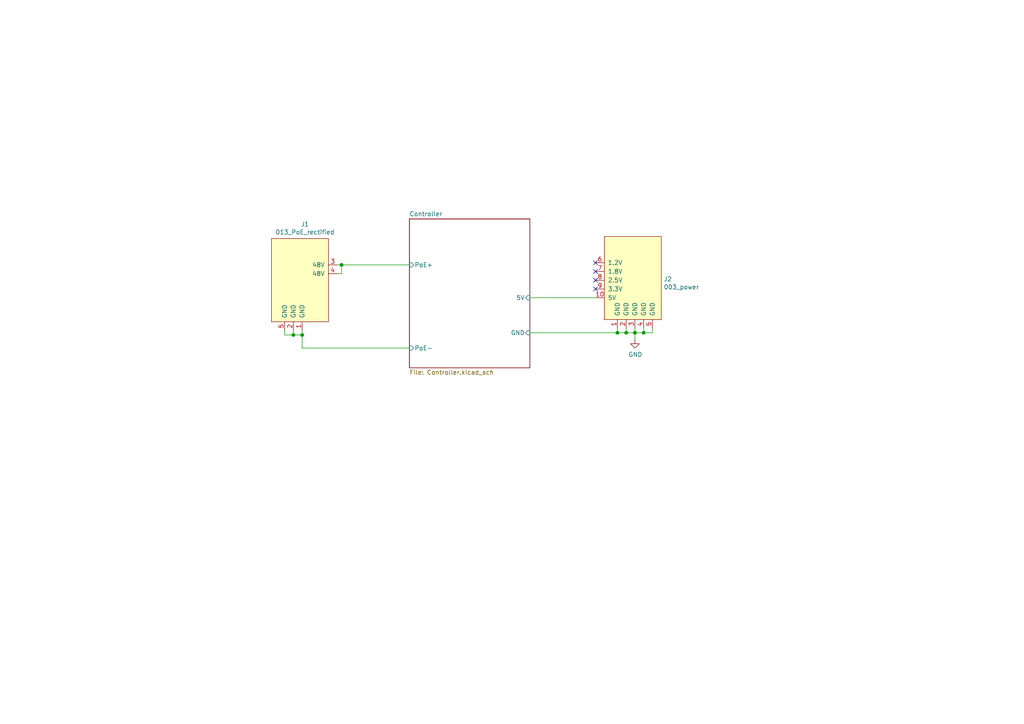
<source format=kicad_sch>
(kicad_sch (version 20211123) (generator eeschema)

  (uuid 81bbc3ff-3938-49ac-8297-ce2bcc9a42bd)

  (paper "A4")

  (lib_symbols
    (symbol "power:GND" (power) (pin_names (offset 0)) (in_bom yes) (on_board yes)
      (property "Reference" "#PWR" (id 0) (at 0 -6.35 0)
        (effects (font (size 1.27 1.27)) hide)
      )
      (property "Value" "GND" (id 1) (at 0 -3.81 0)
        (effects (font (size 1.27 1.27)))
      )
      (property "Footprint" "" (id 2) (at 0 0 0)
        (effects (font (size 1.27 1.27)) hide)
      )
      (property "Datasheet" "" (id 3) (at 0 0 0)
        (effects (font (size 1.27 1.27)) hide)
      )
      (property "ki_keywords" "power-flag" (id 4) (at 0 0 0)
        (effects (font (size 1.27 1.27)) hide)
      )
      (property "ki_description" "Power symbol creates a global label with name \"GND\" , ground" (id 5) (at 0 0 0)
        (effects (font (size 1.27 1.27)) hide)
      )
      (symbol "GND_0_1"
        (polyline
          (pts
            (xy 0 0)
            (xy 0 -1.27)
            (xy 1.27 -1.27)
            (xy 0 -2.54)
            (xy -1.27 -1.27)
            (xy 0 -1.27)
          )
          (stroke (width 0) (type default) (color 0 0 0 0))
          (fill (type none))
        )
      )
      (symbol "GND_1_1"
        (pin power_in line (at 0 0 270) (length 0) hide
          (name "GND" (effects (font (size 1.27 1.27))))
          (number "1" (effects (font (size 1.27 1.27))))
        )
      )
    )
    (symbol "put_on_edge:003_power" (pin_names (offset 1.016)) (in_bom yes) (on_board yes)
      (property "Reference" "J" (id 0) (at -2.54 13.97 0)
        (effects (font (size 1.27 1.27)))
      )
      (property "Value" "003_power" (id 1) (at 8.89 13.97 0)
        (effects (font (size 1.27 1.27)))
      )
      (property "Footprint" "" (id 2) (at 7.62 16.51 0)
        (effects (font (size 1.27 1.27)) hide)
      )
      (property "Datasheet" "" (id 3) (at 7.62 16.51 0)
        (effects (font (size 1.27 1.27)) hide)
      )
      (symbol "003_power_0_1"
        (rectangle (start -8.89 12.7) (end 7.62 -11.43)
          (stroke (width 0) (type default) (color 0 0 0 0))
          (fill (type background))
        )
      )
      (symbol "003_power_1_1"
        (pin power_in line (at -5.08 -13.97 90) (length 2.54)
          (name "GND" (effects (font (size 1.27 1.27))))
          (number "1" (effects (font (size 1.27 1.27))))
        )
        (pin power_out line (at -11.43 -5.08 0) (length 2.54)
          (name "5V" (effects (font (size 1.27 1.27))))
          (number "10" (effects (font (size 1.27 1.27))))
        )
        (pin power_in line (at -2.54 -13.97 90) (length 2.54)
          (name "GND" (effects (font (size 1.27 1.27))))
          (number "2" (effects (font (size 1.27 1.27))))
        )
        (pin power_in line (at 0 -13.97 90) (length 2.54)
          (name "GND" (effects (font (size 1.27 1.27))))
          (number "3" (effects (font (size 1.27 1.27))))
        )
        (pin power_in line (at 2.54 -13.97 90) (length 2.54)
          (name "GND" (effects (font (size 1.27 1.27))))
          (number "4" (effects (font (size 1.27 1.27))))
        )
        (pin power_in line (at 5.08 -13.97 90) (length 2.54)
          (name "GND" (effects (font (size 1.27 1.27))))
          (number "5" (effects (font (size 1.27 1.27))))
        )
        (pin power_out line (at -11.43 5.08 0) (length 2.54)
          (name "1.2V" (effects (font (size 1.27 1.27))))
          (number "6" (effects (font (size 1.27 1.27))))
        )
        (pin power_out line (at -11.43 2.54 0) (length 2.54)
          (name "1.8V" (effects (font (size 1.27 1.27))))
          (number "7" (effects (font (size 1.27 1.27))))
        )
        (pin power_out line (at -11.43 0 0) (length 2.54)
          (name "2.5V" (effects (font (size 1.27 1.27))))
          (number "8" (effects (font (size 1.27 1.27))))
        )
        (pin power_out line (at -11.43 -2.54 0) (length 2.54)
          (name "3.3V" (effects (font (size 1.27 1.27))))
          (number "9" (effects (font (size 1.27 1.27))))
        )
      )
    )
    (symbol "put_on_edge:013_PoE_rectified" (pin_names (offset 1.016)) (in_bom yes) (on_board yes)
      (property "Reference" "J" (id 0) (at -2.54 13.97 0)
        (effects (font (size 1.27 1.27)))
      )
      (property "Value" "013_PoE_rectified" (id 1) (at 8.89 13.97 0)
        (effects (font (size 1.27 1.27)))
      )
      (property "Footprint" "" (id 2) (at 7.62 16.51 0)
        (effects (font (size 1.27 1.27)) hide)
      )
      (property "Datasheet" "" (id 3) (at 7.62 16.51 0)
        (effects (font (size 1.27 1.27)) hide)
      )
      (symbol "013_PoE_rectified_0_1"
        (rectangle (start -8.89 12.7) (end 7.62 -11.43)
          (stroke (width 0) (type default) (color 0 0 0 0))
          (fill (type background))
        )
      )
      (symbol "013_PoE_rectified_1_1"
        (pin power_in line (at -1.27 -13.97 90) (length 2.54)
          (name "GND" (effects (font (size 1.27 1.27))))
          (number "1" (effects (font (size 1.27 1.27))))
        )
        (pin power_in line (at 1.27 -13.97 90) (length 2.54)
          (name "GND" (effects (font (size 1.27 1.27))))
          (number "2" (effects (font (size 1.27 1.27))))
        )
        (pin bidirectional line (at -11.43 5.08 0) (length 2.54)
          (name "48V" (effects (font (size 1.27 1.27))))
          (number "3" (effects (font (size 1.27 1.27))))
        )
        (pin bidirectional line (at -11.43 2.54 0) (length 2.54)
          (name "48V" (effects (font (size 1.27 1.27))))
          (number "4" (effects (font (size 1.27 1.27))))
        )
        (pin power_in line (at 3.81 -13.97 90) (length 2.54)
          (name "GND" (effects (font (size 1.27 1.27))))
          (number "5" (effects (font (size 1.27 1.27))))
        )
      )
    )
  )

  (junction (at 181.61 96.52) (diameter 0) (color 0 0 0 0)
    (uuid 30f15357-ce1d-48b9-93dc-7d9b1b2aa048)
  )
  (junction (at 99.06 76.835) (diameter 0) (color 0 0 0 0)
    (uuid 62c076a3-d618-44a2-9042-9a08b3576787)
  )
  (junction (at 184.15 96.52) (diameter 0) (color 0 0 0 0)
    (uuid 71c31975-2c45-4d18-a25a-18e07a55d11e)
  )
  (junction (at 87.63 97.155) (diameter 0) (color 0 0 0 0)
    (uuid a3e4f0ae-9f86-49e9-b386-ed8b42e012fb)
  )
  (junction (at 85.09 97.155) (diameter 0) (color 0 0 0 0)
    (uuid bb7f0588-d4d8-44bf-9ebf-3c533fe4d6ae)
  )
  (junction (at 179.07 96.52) (diameter 0) (color 0 0 0 0)
    (uuid c144caa5-b0d4-4cef-840a-d4ad178a2102)
  )
  (junction (at 186.69 96.52) (diameter 0) (color 0 0 0 0)
    (uuid cbdcaa78-3bbc-413f-91bf-2709119373ce)
  )

  (no_connect (at 172.72 78.74) (uuid 2e642b3e-a476-4c54-9a52-dcea955640cd))
  (no_connect (at 172.72 81.28) (uuid 5038e144-5119-49db-b6cf-f7c345f1cf03))
  (no_connect (at 172.72 83.82) (uuid 5fc27c35-3e1c-4f96-817c-93b5570858a6))
  (no_connect (at 172.72 76.2) (uuid 87371631-aa02-498a-998a-09bdb74784c1))

  (wire (pts (xy 184.15 96.52) (xy 186.69 96.52))
    (stroke (width 0) (type default) (color 0 0 0 0))
    (uuid 10109f84-4940-47f8-8640-91f185ac9bc1)
  )
  (wire (pts (xy 181.61 96.52) (xy 179.07 96.52))
    (stroke (width 0) (type default) (color 0 0 0 0))
    (uuid 1e1b062d-fad0-427c-a622-c5b8a80b5268)
  )
  (wire (pts (xy 189.23 96.52) (xy 189.23 95.25))
    (stroke (width 0) (type default) (color 0 0 0 0))
    (uuid 3b838d52-596d-4e4d-a6ac-e4c8e7621137)
  )
  (wire (pts (xy 85.09 95.885) (xy 85.09 97.155))
    (stroke (width 0) (type default) (color 0 0 0 0))
    (uuid 3f5fe6b7-98fc-4d3e-9567-f9f7202d1455)
  )
  (wire (pts (xy 87.63 100.965) (xy 118.745 100.965))
    (stroke (width 0) (type default) (color 0 0 0 0))
    (uuid 54365317-1355-4216-bb75-829375abc4ec)
  )
  (wire (pts (xy 87.63 97.155) (xy 87.63 95.885))
    (stroke (width 0) (type default) (color 0 0 0 0))
    (uuid 5cbb5968-dbb5-4b84-864a-ead1cacf75b9)
  )
  (wire (pts (xy 181.61 95.25) (xy 181.61 96.52))
    (stroke (width 0) (type default) (color 0 0 0 0))
    (uuid 6a955fc7-39d9-4c75-9a69-676ca8c0b9b2)
  )
  (wire (pts (xy 97.79 79.375) (xy 99.06 79.375))
    (stroke (width 0) (type default) (color 0 0 0 0))
    (uuid 6e105729-aba0-497c-a99e-c32d2b3ddb6d)
  )
  (wire (pts (xy 184.15 95.25) (xy 184.15 96.52))
    (stroke (width 0) (type default) (color 0 0 0 0))
    (uuid 746ba970-8279-4e7b-aed3-f28687777c21)
  )
  (wire (pts (xy 186.69 96.52) (xy 189.23 96.52))
    (stroke (width 0) (type default) (color 0 0 0 0))
    (uuid 749dfe75-c0d6-4872-9330-29c5bbcb8ff8)
  )
  (wire (pts (xy 99.06 79.375) (xy 99.06 76.835))
    (stroke (width 0) (type default) (color 0 0 0 0))
    (uuid 983c426c-24e0-4c65-ab69-1f1824adc5c6)
  )
  (wire (pts (xy 179.07 96.52) (xy 153.67 96.52))
    (stroke (width 0) (type default) (color 0 0 0 0))
    (uuid a690fc6c-55d9-47e6-b533-faa4b67e20f3)
  )
  (wire (pts (xy 87.63 97.155) (xy 87.63 100.965))
    (stroke (width 0) (type default) (color 0 0 0 0))
    (uuid ac264c30-3e9a-4be2-b97a-9949b68bd497)
  )
  (wire (pts (xy 82.55 97.155) (xy 85.09 97.155))
    (stroke (width 0) (type default) (color 0 0 0 0))
    (uuid afb8e687-4a13-41a1-b8c0-89a749e897fe)
  )
  (wire (pts (xy 99.06 76.835) (xy 97.79 76.835))
    (stroke (width 0) (type default) (color 0 0 0 0))
    (uuid c1d83899-e380-49f9-a87d-8e78bc089ebf)
  )
  (wire (pts (xy 179.07 96.52) (xy 179.07 95.25))
    (stroke (width 0) (type default) (color 0 0 0 0))
    (uuid d8603679-3e7b-4337-8dbc-1827f5f54d8a)
  )
  (wire (pts (xy 82.55 95.885) (xy 82.55 97.155))
    (stroke (width 0) (type default) (color 0 0 0 0))
    (uuid da469d11-a8a4-414b-9449-d151eeaf4853)
  )
  (wire (pts (xy 186.69 96.52) (xy 186.69 95.25))
    (stroke (width 0) (type default) (color 0 0 0 0))
    (uuid e10b5627-3247-4c86-b9f6-ef474ca11543)
  )
  (wire (pts (xy 184.15 98.425) (xy 184.15 96.52))
    (stroke (width 0) (type default) (color 0 0 0 0))
    (uuid e615f7aa-337e-474d-9615-2ad82b1c44ca)
  )
  (wire (pts (xy 181.61 96.52) (xy 184.15 96.52))
    (stroke (width 0) (type default) (color 0 0 0 0))
    (uuid e8314017-7be6-4011-9179-37449a29b311)
  )
  (wire (pts (xy 99.06 76.835) (xy 118.745 76.835))
    (stroke (width 0) (type default) (color 0 0 0 0))
    (uuid e9bb29b2-2bb9-4ea2-acd9-2bb3ca677a12)
  )
  (wire (pts (xy 153.67 86.36) (xy 172.72 86.36))
    (stroke (width 0) (type default) (color 0 0 0 0))
    (uuid efeac2a2-7682-4dc7-83ee-f6f1b23da506)
  )
  (wire (pts (xy 85.09 97.155) (xy 87.63 97.155))
    (stroke (width 0) (type default) (color 0 0 0 0))
    (uuid f1830a1b-f0cc-47ae-a2c9-679c82032f14)
  )

  (symbol (lib_id "put_on_edge:013_PoE_rectified") (at 86.36 81.915 0) (mirror y) (unit 1)
    (in_bom yes) (on_board yes)
    (uuid 00000000-0000-0000-0000-00006083a976)
    (property "Reference" "J1" (id 0) (at 88.4682 65.024 0))
    (property "Value" "013_PoE_rectified" (id 1) (at 88.4682 67.3354 0))
    (property "Footprint" "on_edge:on_edge_2x05_device" (id 2) (at 78.74 65.405 0)
      (effects (font (size 1.27 1.27)) hide)
    )
    (property "Datasheet" "" (id 3) (at 78.74 65.405 0)
      (effects (font (size 1.27 1.27)) hide)
    )
    (pin "1" (uuid d0de3768-30da-414a-8eea-4f721bf92ad6))
    (pin "2" (uuid d0fea5b1-0482-4765-b5dd-ef3e6f89da78))
    (pin "3" (uuid 0ddf9e3b-054c-4386-b851-6a20953c3edf))
    (pin "4" (uuid 011f128d-dc10-46a5-af09-3b8c96a2f5ba))
    (pin "5" (uuid 4909eb18-dc20-4813-9983-1452e243ca71))
  )

  (symbol (lib_id "power:GND") (at 184.15 98.425 0) (unit 1)
    (in_bom yes) (on_board yes)
    (uuid 00000000-0000-0000-0000-00006083e083)
    (property "Reference" "#PWR0103" (id 0) (at 184.15 104.775 0)
      (effects (font (size 1.27 1.27)) hide)
    )
    (property "Value" "GND" (id 1) (at 184.277 102.8192 0))
    (property "Footprint" "" (id 2) (at 184.15 98.425 0)
      (effects (font (size 1.27 1.27)) hide)
    )
    (property "Datasheet" "" (id 3) (at 184.15 98.425 0)
      (effects (font (size 1.27 1.27)) hide)
    )
    (pin "1" (uuid 71111610-3a25-4598-a064-04cc4de06ce4))
  )

  (symbol (lib_id "put_on_edge:003_power") (at 184.15 81.28 0) (unit 1)
    (in_bom yes) (on_board yes)
    (uuid 00000000-0000-0000-0000-0000609e43df)
    (property "Reference" "J2" (id 0) (at 192.4812 80.9498 0)
      (effects (font (size 1.27 1.27)) (justify left))
    )
    (property "Value" "003_power" (id 1) (at 192.4812 83.2612 0)
      (effects (font (size 1.27 1.27)) (justify left))
    )
    (property "Footprint" "on_edge:on_edge_2x05_host" (id 2) (at 191.77 64.77 0)
      (effects (font (size 1.27 1.27)) hide)
    )
    (property "Datasheet" "" (id 3) (at 191.77 64.77 0)
      (effects (font (size 1.27 1.27)) hide)
    )
    (pin "1" (uuid 0d85fe29-f9c6-4e09-8ac1-f3e3e5e9cd63))
    (pin "10" (uuid cc210e69-10ae-4e2d-88ae-27a49f387006))
    (pin "2" (uuid ac7d251e-7c93-4c89-8467-ebd89d6ef6bb))
    (pin "3" (uuid 2e3362e9-9b55-4136-a1a6-1328ad76fa7f))
    (pin "4" (uuid a59a7927-0a9c-48b1-8d02-37baf1009ef6))
    (pin "5" (uuid 650bc78a-5fbb-4278-8443-ce2009577e99))
    (pin "6" (uuid 508580d5-aa8e-4b89-8081-d687e1ee2adb))
    (pin "7" (uuid ba0d53cd-11e0-4926-9c74-2e1526108204))
    (pin "8" (uuid 011d8239-4792-4960-93e3-36da88fd5d25))
    (pin "9" (uuid 9fb910a0-b500-495d-8d18-74b5a9ea6ff3))
  )

  (sheet (at 118.745 63.5) (size 34.925 43.18) (fields_autoplaced)
    (stroke (width 0) (type solid) (color 0 0 0 0))
    (fill (color 0 0 0 0.0000))
    (uuid 00000000-0000-0000-0000-00006083c3a8)
    (property "Sheet name" "Controller" (id 0) (at 118.745 62.7884 0)
      (effects (font (size 1.27 1.27)) (justify left bottom))
    )
    (property "Sheet file" "Controller.kicad_sch" (id 1) (at 118.745 107.2646 0)
      (effects (font (size 1.27 1.27)) (justify left top))
    )
    (pin "PoE-" input (at 118.745 100.965 180)
      (effects (font (size 1.27 1.27)) (justify left))
      (uuid 8322f275-268c-4e87-a69f-4cfbf05e747f)
    )
    (pin "PoE+" input (at 118.745 76.835 180)
      (effects (font (size 1.27 1.27)) (justify left))
      (uuid b6270a28-e0d9-4655-a18a-03dbf007b940)
    )
    (pin "5V" input (at 153.67 86.36 0)
      (effects (font (size 1.27 1.27)) (justify right))
      (uuid f3490fa5-5a27-423b-af60-53609669542c)
    )
    (pin "GND" input (at 153.67 96.52 0)
      (effects (font (size 1.27 1.27)) (justify right))
      (uuid 1860e030-7a36-4298-b7fc-a16d48ab15ba)
    )
  )

  (sheet_instances
    (path "/" (page "1"))
    (path "/00000000-0000-0000-0000-00006083c3a8" (page "2"))
  )

  (symbol_instances
    (path "/00000000-0000-0000-0000-00006083e083"
      (reference "#PWR0103") (unit 1) (value "GND") (footprint "")
    )
    (path "/00000000-0000-0000-0000-00006083c3a8/00000000-0000-0000-0000-000060a06e25"
      (reference "C1") (unit 1) (value "100n") (footprint "Capacitor_SMD:C_0603_1608Metric")
    )
    (path "/00000000-0000-0000-0000-00006083c3a8/00000000-0000-0000-0000-000060a1ec7f"
      (reference "C2") (unit 1) (value "100n") (footprint "Capacitor_SMD:C_0603_1608Metric")
    )
    (path "/00000000-0000-0000-0000-00006083c3a8/00000000-0000-0000-0000-000060a18fd2"
      (reference "C3") (unit 1) (value "2.2uF") (footprint "Capacitor_SMD:C_1210_3225Metric")
    )
    (path "/00000000-0000-0000-0000-00006083c3a8/00000000-0000-0000-0000-000060a13580"
      (reference "C4") (unit 1) (value "10n") (footprint "Capacitor_SMD:C_0603_1608Metric")
    )
    (path "/00000000-0000-0000-0000-00006083c3a8/00000000-0000-0000-0000-000060a193fd"
      (reference "C5") (unit 1) (value "2.2uF") (footprint "Capacitor_SMD:C_1210_3225Metric")
    )
    (path "/00000000-0000-0000-0000-00006083c3a8/00000000-0000-0000-0000-000060a19703"
      (reference "C6") (unit 1) (value "2.2uF") (footprint "Capacitor_SMD:C_1210_3225Metric")
    )
    (path "/00000000-0000-0000-0000-00006083c3a8/00000000-0000-0000-0000-000060a19a37"
      (reference "C7") (unit 1) (value "2.2uF") (footprint "Capacitor_SMD:C_1210_3225Metric")
    )
    (path "/00000000-0000-0000-0000-00006083c3a8/00000000-0000-0000-0000-000060a486c8"
      (reference "C8") (unit 1) (value "10n") (footprint "Capacitor_SMD:C_0603_1608Metric")
    )
    (path "/00000000-0000-0000-0000-00006083c3a8/00000000-0000-0000-0000-000060a4fedc"
      (reference "C9") (unit 1) (value "22uF") (footprint "Capacitor_SMD:C_0805_2012Metric")
    )
    (path "/00000000-0000-0000-0000-00006083c3a8/00000000-0000-0000-0000-000060a50237"
      (reference "C10") (unit 1) (value "22uF") (footprint "Capacitor_SMD:C_0805_2012Metric")
    )
    (path "/00000000-0000-0000-0000-00006083c3a8/00000000-0000-0000-0000-000060a5bd63"
      (reference "C11") (unit 1) (value "220u") (footprint "Capacitor_Tantalum_SMD:CP_EIA-7343-31_Kemet-D")
    )
    (path "/00000000-0000-0000-0000-00006083c3a8/00000000-0000-0000-0000-000060a945db"
      (reference "C12") (unit 1) (value "1nF") (footprint "Capacitor_SMD:C_1806_4516Metric")
    )
    (path "/00000000-0000-0000-0000-00006083c3a8/00000000-0000-0000-0000-000060a1507f"
      (reference "D1") (unit 1) (value "BAV21WS-HE3-18") (footprint "Diode_SMD:D_SOD-323_HandSoldering")
    )
    (path "/00000000-0000-0000-0000-00006083c3a8/00000000-0000-0000-0000-000060a1c97a"
      (reference "D2") (unit 1) (value "1N4148") (footprint "Diode_SMD:D_SOD-323_HandSoldering")
    )
    (path "/00000000-0000-0000-0000-00006083c3a8/00000000-0000-0000-0000-000060a3d3c1"
      (reference "D3") (unit 1) (value "CUS15S30,H3F") (footprint "Diode_SMD:D_SOD-323_HandSoldering")
    )
    (path "/00000000-0000-0000-0000-00006083a976"
      (reference "J1") (unit 1) (value "013_PoE_rectified") (footprint "on_edge:on_edge_2x05_device")
    )
    (path "/00000000-0000-0000-0000-0000609e43df"
      (reference "J2") (unit 1) (value "003_power") (footprint "on_edge:on_edge_2x05_host")
    )
    (path "/00000000-0000-0000-0000-00006083c3a8/00000000-0000-0000-0000-000060a2d39d"
      (reference "R1") (unit 1) (value "?") (footprint "Resistor_SMD:R_0603_1608Metric")
    )
    (path "/00000000-0000-0000-0000-00006083c3a8/00000000-0000-0000-0000-000060a2d79d"
      (reference "R2") (unit 1) (value "?") (footprint "Resistor_SMD:R_0603_1608Metric")
    )
    (path "/00000000-0000-0000-0000-00006083c3a8/00000000-0000-0000-0000-000060a08fa6"
      (reference "R3") (unit 1) (value "41.2R") (footprint "Resistor_SMD:R_0603_1608Metric")
    )
    (path "/00000000-0000-0000-0000-00006083c3a8/00000000-0000-0000-0000-000060a0839d"
      (reference "R4") (unit 1) (value "24.9k") (footprint "Resistor_SMD:R_0603_1608Metric")
    )
    (path "/00000000-0000-0000-0000-00006083c3a8/00000000-0000-0000-0000-000060a2372f"
      (reference "R5") (unit 1) (value "52.3k") (footprint "Resistor_SMD:R_0603_1608Metric")
    )
    (path "/00000000-0000-0000-0000-00006083c3a8/00000000-0000-0000-0000-000060a12ead"
      (reference "R6") (unit 1) (value "10k") (footprint "Resistor_SMD:R_0603_1608Metric")
    )
    (path "/00000000-0000-0000-0000-00006083c3a8/00000000-0000-0000-0000-000060a216c3"
      (reference "R7") (unit 1) (value "1k") (footprint "Resistor_SMD:R_0603_1608Metric")
    )
    (path "/00000000-0000-0000-0000-00006083c3a8/00000000-0000-0000-0000-000060a4b646"
      (reference "R8") (unit 1) (value "20k") (footprint "Resistor_SMD:R_0603_1608Metric")
    )
    (path "/00000000-0000-0000-0000-00006083c3a8/00000000-0000-0000-0000-000060a0318a"
      (reference "U1") (unit 1) (value "MP8007") (footprint "Package_DFN_QFN:QFN-28-1EP_4x5mm_P0.5mm_EP2.65x3.65mm_ThermalVias")
    )
    (path "/00000000-0000-0000-0000-00006083c3a8/00000000-0000-0000-0000-000060a03af8"
      (reference "U2") (unit 1) (value "POE70P-50L") (footprint "local:Transformer_Coilcraft_POE70P")
    )
  )
)

</source>
